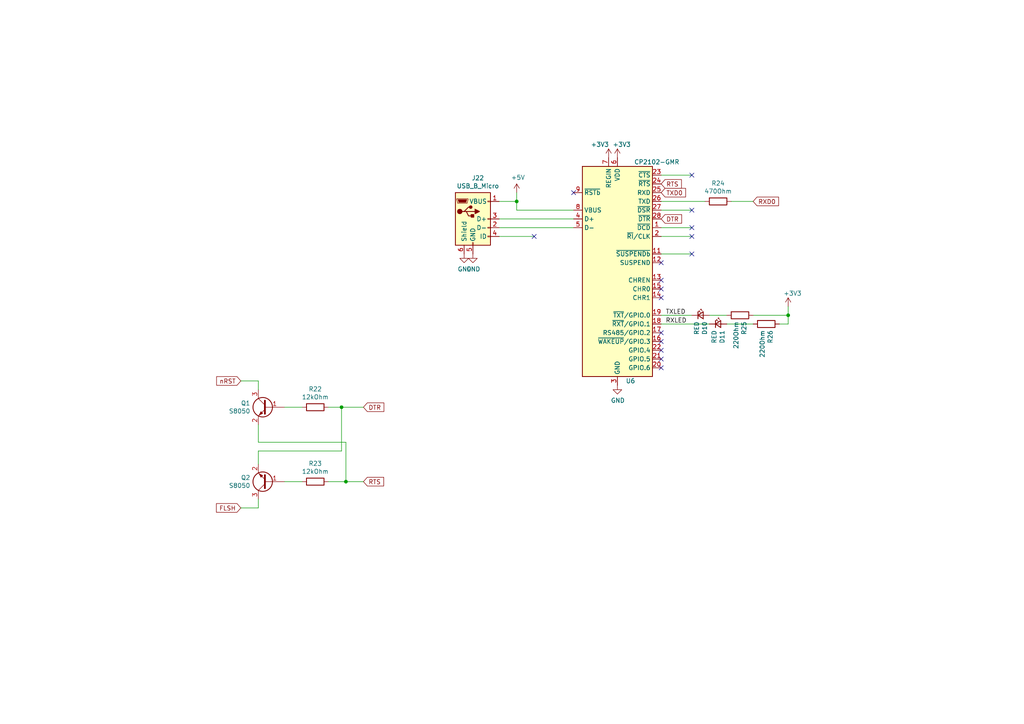
<source format=kicad_sch>
(kicad_sch (version 20211123) (generator eeschema)
  (paper "A4")
  (lib_symbols
    (symbol "Connector:USB_B_Micro" (pin_names (offset 1.016))
      (property "Reference" "J" (at -5.08 11.43 0))
      (property "Value" "USB_B_Micro" (at -5.08 8.89 0))
      (symbol "USB_B_Micro_0_1"
        (rectangle (start -5.08 -7.62) (end 5.08 7.62) (stroke (width 0.254)) (fill (type background)))
        (circle (center -3.81 2.159) (radius 0.635) (stroke (width 0.254)) (fill (type outline)))
        (circle (center -0.635 3.429) (radius 0.381) (stroke (width 0.254)) (fill (type outline)))
        (rectangle (start -0.127 -7.62) (end 0.127 -6.858))
        (polyline (pts (xy -1.905 2.159) (xy 0.635 2.159)) (stroke (width 0.254)))
        (polyline (pts (xy -3.175 2.159) (xy -2.54 2.159) (xy -1.27 3.429) (xy -0.635 3.429)) (stroke (width 0.254)))
        (polyline (pts (xy -2.54 2.159) (xy -1.905 2.159) (xy -1.27 0.889) (xy 0 0.889)) (stroke (width 0.254)))
        (polyline (pts (xy 0.635 2.794) (xy 0.635 1.524) (xy 1.905 2.159) (xy 0.635 2.794)) (stroke (width 0.254)) (fill (type outline)))
        (polyline (pts (xy -4.318 5.588) (xy -1.778 5.588) (xy -2.032 4.826) (xy -4.064 4.826) (xy -4.318 5.588)) (fill (type outline)))
        (polyline (pts (xy -4.699 5.842) (xy -4.699 5.588) (xy -4.445 4.826) (xy -4.445 4.572) (xy -1.651 4.572) (xy -1.651 4.826) (xy -1.397 5.588) (xy -1.397 5.842) (xy -4.699 5.842)))
        (rectangle (start 0.254 1.27) (end -0.508 0.508) (stroke (width 0.254)) (fill (type outline)))
        (rectangle (start 5.08 -5.207) (end 4.318 -4.953))
        (rectangle (start 5.08 -2.667) (end 4.318 -2.413))
        (rectangle (start 5.08 -0.127) (end 4.318 0.127))
        (rectangle (start 5.08 4.953) (end 4.318 5.207))
      )
      (symbol "USB_B_Micro_1_1"
        (pin power_out line (at 7.62 5.08 180) (length 2.54) (name "VBUS") (number "1"))
        (pin bidirectional line (at 7.62 -2.54 180) (length 2.54) (name "D-") (number "2"))
        (pin bidirectional line (at 7.62 0 180) (length 2.54) (name "D+") (number "3"))
        (pin passive line (at 7.62 -5.08 180) (length 2.54) (name "ID") (number "4"))
        (pin power_out line (at 0 -10.16 90) (length 2.54) (name "GND") (number "5"))
        (pin passive line (at -2.54 -10.16 90) (length 2.54) (name "Shield") (number "6"))
      )
    )
    (symbol "Device:LED_Small" (pin_numbers hide) (pin_names (offset 0.254) hide)
      (property "Reference" "D" (at -1.27 3.175 0))
      (property "Value" "LED_Small" (at -4.445 -2.54 0))
      (symbol "LED_Small_0_1"
        (polyline (pts (xy -0.762 -1.016) (xy -0.762 1.016)) (stroke (width 0.254)))
        (polyline (pts (xy 1.016 0) (xy -0.762 0)))
        (polyline (pts (xy 0.762 -1.016) (xy -0.762 0) (xy 0.762 1.016) (xy 0.762 -1.016)) (stroke (width 0.254)))
        (polyline (pts (xy 0 0.762) (xy -0.508 1.27) (xy -0.254 1.27) (xy -0.508 1.27) (xy -0.508 1.016)))
        (polyline (pts (xy 0.508 1.27) (xy 0 1.778) (xy 0.254 1.778) (xy 0 1.778) (xy 0 1.524)))
      )
      (symbol "LED_Small_1_1"
        (pin passive line (at -2.54 0 0) (length 1.778) (name "K") (number "1"))
        (pin passive line (at 2.54 0 180) (length 1.778) (name "A") (number "2"))
      )
    )
    (symbol "Device:Q_NPN_BEC" (pin_names (offset 0) hide)
      (property "Reference" "Q" (at 5.08 1.27 0))
      (property "Value" "Q_NPN_BEC" (at 5.08 -1.27 0))
      (symbol "Q_NPN_BEC_0_1"
        (polyline (pts (xy 0.635 0.635) (xy 2.54 2.54)))
        (polyline (pts (xy 0.635 -0.635) (xy 2.54 -2.54) (xy 2.54 -2.54)))
        (polyline (pts (xy 0.635 1.905) (xy 0.635 -1.905) (xy 0.635 -1.905)) (stroke (width 0.508)))
        (polyline (pts (xy 1.27 -1.778) (xy 1.778 -1.27) (xy 2.286 -2.286) (xy 1.27 -1.778) (xy 1.27 -1.778)) (fill (type outline)))
        (circle (center 1.27 0) (radius 2.8194) (stroke (width 0.254)))
      )
      (symbol "Q_NPN_BEC_1_1"
        (pin input line (at -5.08 0 0) (length 5.715) (name "B") (number "1"))
        (pin passive line (at 2.54 -5.08 90) (length 2.54) (name "E") (number "2"))
        (pin passive line (at 2.54 5.08 270) (length 2.54) (name "C") (number "3"))
      )
    )
    (symbol "Device:R" (pin_numbers hide) (pin_names (offset 0))
      (property "Reference" "R" (at 2.032 0 90))
      (property "Value" "R" (at 0 0 90))
      (symbol "R_0_1"
        (rectangle (start -1.016 -2.54) (end 1.016 2.54) (stroke (width 0.254)))
      )
      (symbol "R_1_1"
        (pin passive line (at 0 3.81 270) (length 1.27) (name "~") (number "1"))
        (pin passive line (at 0 -3.81 90) (length 1.27) (name "~") (number "2"))
      )
    )
    (symbol "Interface_USB:CP2102N-A01-GQFN28"
      (property "Reference" "U" (at -7.62 31.75 0))
      (property "Value" "Interface_USB_CP2102N-A01-GQFN28" (at 26.67 31.75 0))
      (symbol "CP2102N-A01-GQFN28_0_1"
        (rectangle (start -10.16 30.48) (end 10.16 -30.48) (stroke (width 0.254)) (fill (type background)))
      )
      (symbol "CP2102N-A01-GQFN28_1_1"
        (pin input line (at 12.7 12.7 180) (length 2.54) (name "~{DCD}") (number "1"))
        (pin no_connect line (at -10.16 -10.16 0) (length 2.54) hide (name "NC") (number "10"))
        (pin output line (at 12.7 5.08 180) (length 2.54) (name "~{SUSPENDb}") (number "11"))
        (pin output line (at 12.7 2.54 180) (length 2.54) (name "SUSPEND") (number "12"))
        (pin output line (at 12.7 -2.54 180) (length 2.54) (name "CHREN") (number "13"))
        (pin output line (at 12.7 -7.62 180) (length 2.54) (name "CHR1") (number "14"))
        (pin output line (at 12.7 -5.08 180) (length 2.54) (name "CHR0") (number "15"))
        (pin bidirectional line (at 12.7 -20.32 180) (length 2.54) (name "~{WAKEUP}/GPIO.3") (number "16"))
        (pin bidirectional line (at 12.7 -17.78 180) (length 2.54) (name "RS485/GPIO.2") (number "17"))
        (pin bidirectional line (at 12.7 -15.24 180) (length 2.54) (name "~{RXT}/GPIO.1") (number "18"))
        (pin bidirectional line (at 12.7 -12.7 180) (length 2.54) (name "~{TXT}/GPIO.0") (number "19"))
        (pin bidirectional line (at 12.7 10.16 180) (length 2.54) (name "~{RI}/CLK") (number "2"))
        (pin bidirectional line (at 12.7 -27.94 180) (length 2.54) (name "GPIO.6") (number "20"))
        (pin bidirectional line (at 12.7 -25.4 180) (length 2.54) (name "GPIO.5") (number "21"))
        (pin bidirectional line (at 12.7 -22.86 180) (length 2.54) (name "GPIO.4") (number "22"))
        (pin input line (at 12.7 27.94 180) (length 2.54) (name "~{CTS}") (number "23"))
        (pin output line (at 12.7 25.4 180) (length 2.54) (name "~{RTS}") (number "24"))
        (pin input line (at 12.7 22.86 180) (length 2.54) (name "RXD") (number "25"))
        (pin output line (at 12.7 20.32 180) (length 2.54) (name "TXD") (number "26"))
        (pin input line (at 12.7 17.78 180) (length 2.54) (name "~{DSR}") (number "27"))
        (pin output line (at 12.7 15.24 180) (length 2.54) (name "~{DTR}") (number "28"))
        (pin passive line (at 0 -33.02 90) (length 2.54) hide (name "GND") (number "29"))
        (pin power_in line (at 0 -33.02 90) (length 2.54) (name "GND") (number "3"))
        (pin bidirectional line (at -12.7 15.24 0) (length 2.54) (name "D+") (number "4"))
        (pin bidirectional line (at -12.7 12.7 0) (length 2.54) (name "D-") (number "5"))
        (pin passive line (at 0 33.02 270) (length 2.54) (name "VDD") (number "6"))
        (pin power_in line (at -2.54 33.02 270) (length 2.54) (name "REGIN") (number "7"))
        (pin input line (at -12.7 17.78 0) (length 2.54) (name "VBUS") (number "8"))
        (pin input line (at -12.7 22.86 0) (length 2.54) (name "~{RSTb}") (number "9"))
      )
    )
    (symbol "power:+3.3V" (power) (pin_names (offset 0))
      (property "Value" "+3.3V" (at 0 3.556 0))
      (symbol "+3.3V_0_1"
        (polyline (pts (xy -0.762 1.27) (xy 0 2.54)))
        (polyline (pts (xy 0 0) (xy 0 2.54)))
        (polyline (pts (xy 0 2.54) (xy 0.762 1.27)))
      )
      (symbol "+3.3V_1_1"
        (pin power_in line (at 0 0 90) (length 0) hide (name "+3V3") (number "1"))
      )
    )
    (symbol "power:+5V" (power) (pin_names (offset 0))
      (property "Value" "+5V" (at 0 3.556 0))
      (symbol "+5V_0_1"
        (polyline (pts (xy -0.762 1.27) (xy 0 2.54)))
        (polyline (pts (xy 0 0) (xy 0 2.54)))
        (polyline (pts (xy 0 2.54) (xy 0.762 1.27)))
      )
      (symbol "+5V_1_1"
        (pin power_in line (at 0 0 90) (length 0) hide (name "+5V") (number "1"))
      )
    )
    (symbol "power:GND" (power) (pin_names (offset 0))
      (property "Value" "GND" (at 0 -3.81 0))
      (symbol "GND_0_1"
        (polyline (pts (xy 0 0) (xy 0 -1.27) (xy 1.27 -1.27) (xy 0 -2.54) (xy -1.27 -1.27) (xy 0 -1.27)))
      )
      (symbol "GND_1_1"
        (pin power_in line (at 0 0 270) (length 0) hide (name "GND") (number "1"))
      )
    )
  )
  (junction (at 99.06 118.11))
  (junction (at 149.86 58.42))
  (junction (at 228.6 91.44))
  (junction (at 100.33 139.7))
  (no_connect (at 191.77 83.82))
  (no_connect (at 191.77 104.14))
  (no_connect (at 200.66 73.66))
  (no_connect (at 191.77 106.68))
  (no_connect (at 191.77 101.6))
  (no_connect (at 200.66 50.8))
  (no_connect (at 191.77 86.36))
  (no_connect (at 200.66 66.04))
  (no_connect (at 154.94 68.58))
  (no_connect (at 200.66 60.96))
  (no_connect (at 200.66 68.58))
  (no_connect (at 191.77 99.06))
  (no_connect (at 191.77 96.52))
  (no_connect (at 166.37 55.88))
  (no_connect (at 191.77 81.28))
  (no_connect (at 191.77 76.2))
  (wire (pts (xy 82.55 139.7) (xy 87.63 139.7)))
  (wire (pts (xy 74.93 130.81) (xy 99.06 130.81)))
  (wire (pts (xy 149.86 58.42) (xy 149.86 55.88)))
  (wire (pts (xy 74.93 147.32) (xy 69.85 147.32)))
  (wire (pts (xy 218.44 58.42) (xy 212.09 58.42)))
  (wire (pts (xy 100.33 128.27) (xy 100.33 139.7)))
  (wire (pts (xy 74.93 134.62) (xy 74.93 130.81)))
  (wire (pts (xy 149.86 60.96) (xy 166.37 60.96)))
  (wire (pts (xy 74.93 110.49) (xy 69.85 110.49)))
  (wire (pts (xy 191.77 60.96) (xy 200.66 60.96)))
  (wire (pts (xy 144.78 58.42) (xy 149.86 58.42)))
  (wire (pts (xy 191.77 93.98) (xy 205.74 93.98)))
  (wire (pts (xy 166.37 66.04) (xy 144.78 66.04)))
  (wire (pts (xy 204.47 58.42) (xy 191.77 58.42)))
  (wire (pts (xy 191.77 66.04) (xy 200.66 66.04)))
  (wire (pts (xy 87.63 118.11) (xy 82.55 118.11)))
  (wire (pts (xy 74.93 144.78) (xy 74.93 147.32)))
  (wire (pts (xy 228.6 91.44) (xy 228.6 88.9)))
  (wire (pts (xy 149.86 58.42) (xy 149.86 60.96)))
  (wire (pts (xy 191.77 91.44) (xy 200.66 91.44)))
  (wire (pts (xy 74.93 123.19) (xy 74.93 128.27)))
  (wire (pts (xy 191.77 50.8) (xy 200.66 50.8)))
  (wire (pts (xy 205.74 91.44) (xy 210.82 91.44)))
  (wire (pts (xy 99.06 130.81) (xy 99.06 118.11)))
  (wire (pts (xy 226.06 93.98) (xy 228.6 93.98)))
  (wire (pts (xy 99.06 118.11) (xy 95.25 118.11)))
  (wire (pts (xy 95.25 139.7) (xy 100.33 139.7)))
  (wire (pts (xy 191.77 68.58) (xy 200.66 68.58)))
  (wire (pts (xy 105.41 139.7) (xy 100.33 139.7)))
  (wire (pts (xy 191.77 73.66) (xy 200.66 73.66)))
  (wire (pts (xy 144.78 68.58) (xy 154.94 68.58)))
  (wire (pts (xy 105.41 118.11) (xy 99.06 118.11)))
  (wire (pts (xy 74.93 128.27) (xy 100.33 128.27)))
  (wire (pts (xy 218.44 91.44) (xy 228.6 91.44)))
  (wire (pts (xy 166.37 63.5) (xy 144.78 63.5)))
  (wire (pts (xy 228.6 93.98) (xy 228.6 91.44)))
  (wire (pts (xy 74.93 113.03) (xy 74.93 110.49)))
  (wire (pts (xy 210.82 93.98) (xy 218.44 93.98)))
  (label "RXLED" (at 193.04 93.98 0))
  (label "TXLED" (at 193.04 91.44 0))
  (global_label "DTR" (shape input) (at 191.77 63.5 0) (property "Referenzen zwischen Schaltplänen" "${INTERSHEET_REFS}" (effects hide)))
  (global_label "nRST" (shape input) (at 69.85 110.49 180) (property "Referenzen zwischen Schaltplänen" "${INTERSHEET_REFS}" (effects hide)))
  (global_label "RTS" (shape input) (at 105.41 139.7 0) (property "Referenzen zwischen Schaltplänen" "${INTERSHEET_REFS}" (effects hide)))
  (global_label "RXD0" (shape input) (at 218.44 58.42 0) (property "Referenzen zwischen Schaltplänen" "${INTERSHEET_REFS}" (effects hide)))
  (global_label "TXD0" (shape input) (at 191.77 55.88 0) (property "Referenzen zwischen Schaltplänen" "${INTERSHEET_REFS}" (effects hide)))
  (global_label "RTS" (shape input) (at 191.77 53.34 0) (property "Referenzen zwischen Schaltplänen" "${INTERSHEET_REFS}" (effects hide)))
  (global_label "DTR" (shape input) (at 105.41 118.11 0) (property "Referenzen zwischen Schaltplänen" "${INTERSHEET_REFS}" (effects hide)))
  (global_label "FLSH" (shape input) (at 69.85 147.32 180) (property "Referenzen zwischen Schaltplänen" "${INTERSHEET_REFS}" (effects hide)))
  (symbol (lib_id "Device:R") (at 208.28 58.42 270) (unit 1)
    (property "Reference" "R24" (at 208.28 53.1622 90))
    (property "Value" "470Ohm" (at 208.28 55.4736 90))
    (property "Footprint" "Resistor_SMD:R_0603_1608Metric" (effects hide))
    (property "LCSC" "C23179" (effects hide))
  )
  (symbol (lib_id "Device:Q_NPN_BEC") (at 77.47 118.11 0) (mirror y) (unit 1)
    (property "Reference" "Q1" (at 72.6186 116.9416 0) (effects (justify left)))
    (property "Value" "S8050" (at 72.6186 119.253 0) (effects (justify left)))
    (property "Footprint" "Package_TO_SOT_SMD:SOT-23" (effects hide))
    (property "Datasheet" "http://www.unisonic.com.tw/datasheet/S8050.pdf" (effects hide))
    (property "LCSC" "C2146" (effects hide))
  )
  (symbol (lib_id "power:GND") (at 134.62 73.66 0) (unit 1)
    (property "Reference" "#PWR068" (effects hide))
    (property "Value" "GND" (at 134.747 78.0542 0))
  )
  (symbol (lib_id "Device:Q_NPN_BEC") (at 77.47 139.7 180) (unit 1)
    (property "Reference" "Q2" (at 72.6186 138.5316 0) (effects (justify left)))
    (property "Value" "S8050" (at 72.6186 140.843 0) (effects (justify left)))
    (property "Footprint" "Package_TO_SOT_SMD:SOT-23" (effects hide))
    (property "Datasheet" "http://www.unisonic.com.tw/datasheet/S8050.pdf" (effects hide))
    (property "LCSC" "C2146" (effects hide))
  )
  (symbol (lib_id "Device:R") (at 214.63 91.44 90) (unit 1)
    (property "Reference" "R25" (at 215.7984 93.218 0) (effects (justify right)))
    (property "Value" "220Ohm" (at 213.487 93.218 0) (effects (justify right)))
    (property "Footprint" "Resistor_SMD:R_0603_1608Metric" (effects hide))
    (property "LCSC" "C21189" (effects hide))
  )
  (symbol (lib_id "Device:R") (at 222.25 93.98 90) (unit 1)
    (property "Reference" "R26" (at 223.4184 95.758 0) (effects (justify right)))
    (property "Value" "220Ohm" (at 221.107 95.758 0) (effects (justify right)))
    (property "Footprint" "Resistor_SMD:R_0603_1608Metric" (effects hide))
    (property "LCSC" "C21189" (effects hide))
  )
  (symbol (lib_id "power:+3.3V") (at 179.07 45.72 0) (unit 1)
    (property "Reference" "#PWR072" (effects hide))
    (property "Value" "+3.3V" (at 180.34 41.91 0))
  )
  (symbol (lib_id "power:+3.3V") (at 176.53 45.72 0) (unit 1)
    (property "Reference" "#PWR071" (effects hide))
    (property "Value" "+3.3V" (at 173.99 41.91 0))
  )
  (symbol (lib_id "Connector:USB_B_Micro") (at 137.16 63.5 0) (unit 1)
    (property "Reference" "J22" (at 138.6078 51.6382 0))
    (property "Value" "USB_B_Micro" (at 138.6078 53.9496 0))
    (property "Footprint" "stock:micro_usb" (effects hide))
    (property "LCSC" "C40943" (effects hide))
  )
  (symbol (lib_id "Interface_USB:CP2102N-A01-GQFN28") (at 179.07 78.74 0) (unit 1)
    (property "Reference" "U6" (at 182.88 110.49 0))
    (property "Value" "CP2102-GMR" (at 190.5 46.99 0))
    (property "Footprint" "Package_DFN_QFN:QFN-28-1EP_5x5mm_P0.5mm_EP3.35x3.35mm" (effects hide))
    (property "Datasheet" "https://www.silabs.com/documents/public/data-sheets/cp2102n-datasheet.pdf" (effects hide))
    (property "LCSC" "C6568" (effects hide))
  )
  (symbol (lib_id "Device:LED_Small") (at 203.2 91.44 0) (unit 1)
    (property "Reference" "D10" (at 204.3684 93.218 90) (effects (justify right)))
    (property "Value" "RED" (at 202.057 93.218 90) (effects (justify right)))
    (property "Footprint" "LED_SMD:LED_0603_1608Metric" (effects hide))
    (property "LCSC" "C2286" (effects hide))
  )
  (symbol (lib_id "power:GND") (at 179.07 111.76 0) (unit 1)
    (property "Reference" "#PWR073" (effects hide))
    (property "Value" "GND" (at 179.197 116.1542 0))
  )
  (symbol (lib_id "power:+5V") (at 149.86 55.88 0) (unit 1)
    (property "Reference" "#PWR070" (effects hide))
    (property "Value" "+5V" (at 150.241 51.4858 0))
  )
  (symbol (lib_id "power:+3.3V") (at 228.6 88.9 0) (unit 1)
    (property "Reference" "#PWR074" (effects hide))
    (property "Value" "+3.3V" (at 229.87 85.09 0))
  )
  (symbol (lib_id "power:GND") (at 137.16 73.66 0) (unit 1)
    (property "Reference" "#PWR069" (effects hide))
    (property "Value" "GND" (at 137.287 78.0542 0))
  )
  (symbol (lib_id "Device:R") (at 91.44 118.11 270) (unit 1)
    (property "Reference" "R22" (at 91.44 112.8522 90))
    (property "Value" "12kOhm" (at 91.44 115.1636 90))
    (property "Footprint" "Resistor_SMD:R_0603_1608Metric" (effects hide))
    (property "LCSC" "C22790" (effects hide))
  )
  (symbol (lib_id "Device:LED_Small") (at 208.28 93.98 0) (unit 1)
    (property "Reference" "D11" (at 209.4484 95.758 90) (effects (justify right)))
    (property "Value" "RED" (at 207.137 95.758 90) (effects (justify right)))
    (property "Footprint" "LED_SMD:LED_0603_1608Metric" (effects hide))
    (property "LCSC" "C2286" (effects hide))
  )
  (symbol (lib_id "Device:R") (at 91.44 139.7 270) (unit 1)
    (property "Reference" "R23" (at 91.44 134.4422 90))
    (property "Value" "12kOhm" (at 91.44 136.7536 90))
    (property "Footprint" "Resistor_SMD:R_0603_1608Metric" (effects hide))
    (property "LCSC" "C22790" (effects hide))
  )
)
</source>
